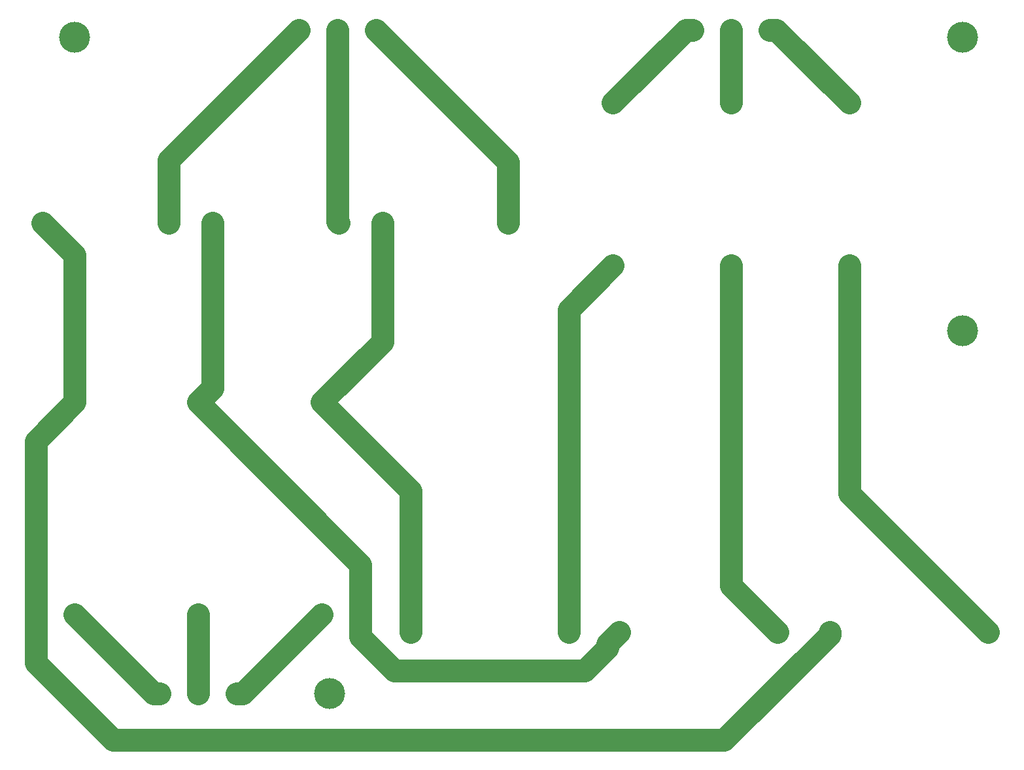
<source format=gbr>
G04*
G04 #@! TF.GenerationSoftware,Altium Limited,Altium Designer,22.11.1 (43)*
G04*
G04 Layer_Physical_Order=2*
G04 Layer_Color=16711680*
%FSLAX44Y44*%
%MOMM*%
G71*
G04*
G04 #@! TF.SameCoordinates,792C6DEF-5A82-4830-93E9-F069C82A5124*
G04*
G04*
G04 #@! TF.FilePolarity,Positive*
G04*
G01*
G75*
%ADD10C,3.0000*%
%ADD11C,1.7780*%
%ADD12C,1.7000*%
%ADD13C,1.8000*%
%ADD14R,1.8000X1.8000*%
%ADD15C,4.0000*%
D10*
X577500Y1340000D02*
X680000Y1442500D01*
X570000Y1340000D02*
X577500D01*
X520000Y1340000D02*
Y1442500D01*
X520000Y1340000D02*
X520000Y1340000D01*
X360000Y1442500D02*
X462500Y1340000D01*
X470000D01*
X410000Y1280000D02*
X1200711D01*
X310000Y1380000D02*
X410000Y1280000D01*
X310000Y1380000D02*
Y1667500D01*
X1200711Y1280000D02*
X1337500Y1416789D01*
X1057000Y2105500D02*
X1151500Y2200000D01*
X1160000D01*
X1268500D02*
X1363000Y2105500D01*
X1260000Y2200000D02*
X1268500D01*
X1210000Y2105500D02*
Y2200000D01*
X481600Y1950000D02*
Y2031600D01*
X650000Y2200000D01*
X700000Y1951600D02*
Y2200000D01*
Y1951600D02*
X701600Y1950000D01*
X921600D02*
Y2028400D01*
X750000Y2200000D02*
X921600Y2028400D01*
X1337500Y1416789D02*
Y1420000D01*
X310000Y1667500D02*
X360000Y1717500D01*
Y1908400D01*
X318400Y1950000D02*
X360000Y1908400D01*
X538400Y1735900D02*
Y1950000D01*
X520000Y1717500D02*
X538400Y1735900D01*
X758400Y1795900D02*
Y1950000D01*
X680000Y1717500D02*
X758400Y1795900D01*
X520000Y1717500D02*
X730000Y1507500D01*
X774289Y1370000D02*
X1020711D01*
X1050000Y1399289D01*
Y1405000D01*
X1065000Y1420000D01*
X730000Y1414289D02*
X774289Y1370000D01*
X730000Y1414289D02*
Y1507500D01*
X795000Y1420000D02*
Y1602500D01*
X680000Y1717500D02*
X795000Y1602500D01*
X1000000Y1420000D02*
Y1837500D01*
X1057000Y1894500D01*
X1210000Y1480000D02*
Y1894500D01*
Y1480000D02*
X1270000Y1420000D01*
X1363000Y1599500D02*
X1542500Y1420000D01*
X1363000Y1599500D02*
Y1894500D01*
D11*
X1065000Y1420000D02*
D03*
X1270000D02*
D03*
X538400Y1950000D02*
D03*
X701600D02*
D03*
X1363000Y2105500D02*
D03*
Y1894500D02*
D03*
X1057000Y2105500D02*
D03*
Y1894500D02*
D03*
X1210000Y2105500D02*
D03*
Y1894500D02*
D03*
X758400Y1950000D02*
D03*
X921600D02*
D03*
X318400D02*
D03*
X481600D02*
D03*
X795000Y1420000D02*
D03*
X1000000D02*
D03*
X1337500D02*
D03*
X1542500D02*
D03*
D12*
X360000Y1442500D02*
D03*
Y1717500D02*
D03*
X520000Y1442500D02*
D03*
Y1717500D02*
D03*
X680000Y1442500D02*
D03*
Y1717500D02*
D03*
D13*
X570000Y1340000D02*
D03*
X520000D02*
D03*
X1160000Y2200000D02*
D03*
X1210000D02*
D03*
X700000D02*
D03*
X650000D02*
D03*
D14*
X470000Y1340000D02*
D03*
X1260000Y2200000D02*
D03*
X750000D02*
D03*
D15*
X690000Y1340000D02*
D03*
X1510000Y1810000D02*
D03*
X360000Y2190000D02*
D03*
X1510000D02*
D03*
M02*

</source>
